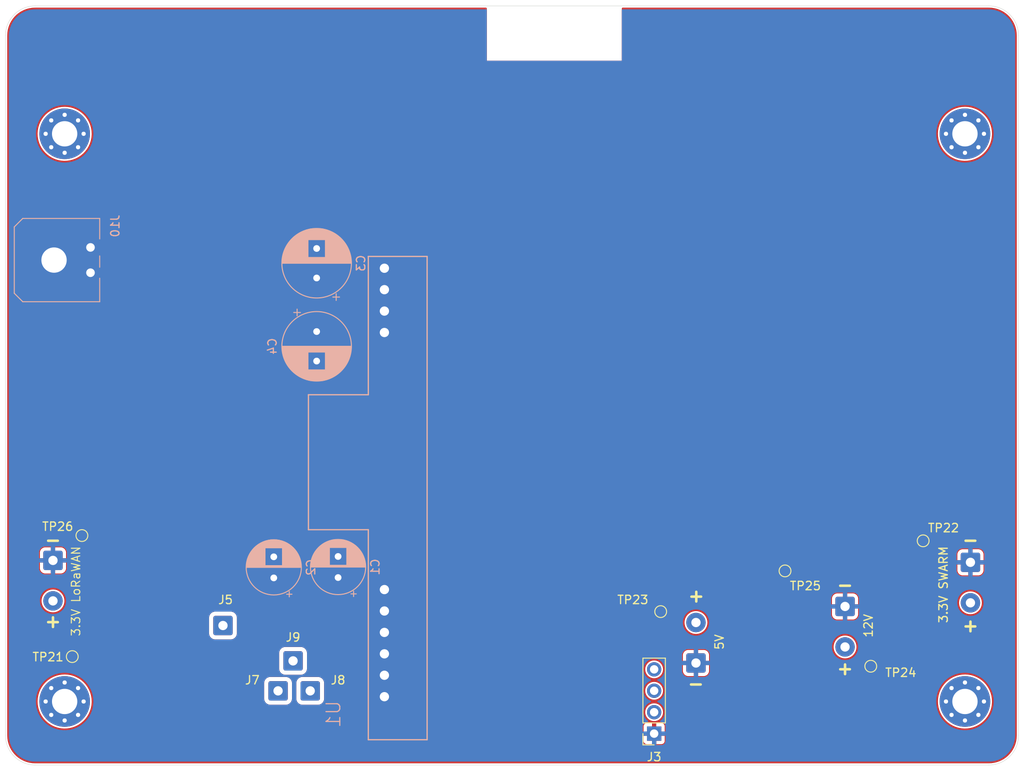
<source format=kicad_pcb>
(kicad_pcb (version 20211014) (generator pcbnew)
  (layers (0 "F.Cu" signal) (1 "In1.Cu" power) (2 "In2.Cu" power) (31 "B.Cu" signal) (34 "B.Paste" user) (35 "F.Paste" user) (36 "B.SilkS" user "B.Silkscreen") (37 "F.SilkS" user "F.Silkscreen") (38 "B.Mask" user) (39 "F.Mask" user) (44 "Edge.Cuts" user))
  (net 0 "")
  (net 1 "GND")
  (net 2 "/+5v")
  (net 3 "/+3.3vL")
  (net 4 "/+3.3vS")
  (net 5 "/+12v")
  (net 6 "/SCL1")
  (net 7 "/SDA1")
  (net 8 "/+3.3v")
  (net 9 "/PowerIn/TR0_TAP")
  (net 10 "/PowerIn/TR1_TAP")
  (net 11 "/PowerIn/TR2_TAP")
  (net 12 "/PowerIn/TR3_TAP")
  (net 13 "Net-(C1-Pad1)")
  (net 14 "Net-(C1-Pad2)")
  (net 16 "/PowerIn/+12vPOE")
  (net 17 "/PowerIn/+12vHeader")
  (footprint "Connector_Wire:SolderWire-0.5sqmm_1x02_P4.8mm_D0.9mm_OD2.3mm" (layer "F.Cu") (at 90.678 122.962 -90)
    (fp_text reference "J1")
    (fp_text value "3.3V LoRaWAN" (at 3.657 -2.7178 -90) (layer "F.SilkS") (effects (font (thickness 0.125))))
    (pad "1" thru_hole roundrect (at 0 0 270) (size 2.3 2.3) (drill 1.1) (layers *.Cu *.Mask) (roundrect_rratio 0.108696087) (net 1 "GND"))
    (pad "2" thru_hole circle (at 4.8 0 270) (size 2.3 2.3) (drill 1.1) (layers *.Cu *.Mask) (net 3 "/+3.3vL"))
  )
  (footprint "Connector_Wire:SolderWire-0.5sqmm_1x02_P4.8mm_D0.9mm_OD2.3mm" (layer "F.Cu") (at 199.39 123.19 -90)
    (fp_text reference "J2")
    (fp_text value "3.3V SWARM" (at 2.6416 3.2004 -90) (layer "F.SilkS"))
    (pad "1" thru_hole roundrect (at 0 0 270) (size 2.3 2.3) (drill 1.1) (layers *.Cu *.Mask) (roundrect_rratio 0.108696087) (net 1 "GND"))
    (pad "2" thru_hole circle (at 4.8 0 270) (size 2.3 2.3) (drill 1.1) (layers *.Cu *.Mask) (net 4 "/+3.3vS"))
  )
  (footprint "Connector_Wire:SolderWire-0.5sqmm_1x02_P4.8mm_D0.9mm_OD2.3mm" (layer "F.Cu") (at 166.867 135.127 90)
    (fp_text reference "J4")
    (fp_text value "5V" (at 2.4882 2.7796 270) (layer "F.SilkS"))
    (pad "1" thru_hole roundrect (at 0 0 90) (size 2.3 2.3) (drill 1.1) (layers *.Cu *.Mask) (roundrect_rratio 0.108696087) (net 1 "GND"))
    (pad "2" thru_hole circle (at 4.8 0 90) (size 2.3 2.3) (drill 1.1) (layers *.Cu *.Mask) (net 2 "/+5v"))
  )
  (footprint "TestPoint:TestPoint_Pad_D1.0mm" (layer "F.Cu") (at 177.419 124.206)
    (fp_text reference "TP25" (at 2.413 1.778) (layer "F.SilkS"))
    (fp_text value "GND")
    (pad "1" smd circle (at 0 0) (size 1 1) (layers "F.Cu" "F.Mask") (net 1 "GND"))
  )
  (footprint "MountingHole:MountingHole_3mm_Pad_Via" (layer "F.Cu") (at 198.74 139.69)
    (fp_text reference "H3")
    (fp_text value "MountingHole")
    (pad "1" thru_hole circle (at -1.59099 1.59099) (size 0.8 0.8) (drill 0.5) (layers *.Cu *.Mask))
    (pad "1" thru_hole circle (at -2.25 0) (size 0.8 0.8) (drill 0.5) (layers *.Cu *.Mask))
    (pad "1" thru_hole circle (at 0 0) (size 6 6) (drill 3) (layers *.Cu *.Mask))
    (pad "1" thru_hole circle (at 0 2.25) (size 0.8 0.8) (drill 0.5) (layers *.Cu *.Mask))
    (pad "1" thru_hole circle (at 1.59099 -1.59099) (size 0.8 0.8) (drill 0.5) (layers *.Cu *.Mask))
    (pad "1" thru_hole circle (at 2.25 0) (size 0.8 0.8) (drill 0.5) (layers *.Cu *.Mask))
    (pad "1" thru_hole circle (at -1.59099 -1.59099) (size 0.8 0.8) (drill 0.5) (layers *.Cu *.Mask))
    (pad "1" thru_hole circle (at 1.59099 1.59099) (size 0.8 0.8) (drill 0.5) (layers *.Cu *.Mask))
    (pad "1" thru_hole circle (at 0 -2.25) (size 0.8 0.8) (drill 0.5) (layers *.Cu *.Mask))
  )
  (footprint "Connector_Wire:SolderWire-0.5sqmm_1x01_D0.9mm_OD2.3mm" (layer "F.Cu") (at 110.8202 130.683)
    (fp_text reference "J5" (at 0.3048 -3.048) (layer "F.SilkS"))
    (fp_text value "~")
    (pad "1" thru_hole roundrect (at 0 0) (size 2.3 2.3) (drill 1.1) (layers *.Cu *.Mask) (roundrect_rratio 0.108696) (net 9 "/PowerIn/TR0_TAP"))
  )
  (footprint "TestPoint:TestPoint_Pad_D1.0mm" (layer "F.Cu") (at 92.964 134.366)
    (fp_text reference "TP21" (at -2.8702 0.0508) (layer "F.SilkS"))
    (fp_text value "3.3v LoRaWAN")
    (pad "1" smd circle (at 0 0) (size 1 1) (layers "F.Cu" "F.Mask") (net 3 "/+3.3vL"))
  )
  (footprint "Connector_Wire:SolderWire-0.5sqmm_1x01_D0.9mm_OD2.3mm" (layer "F.Cu") (at 119.126 134.874)
    (fp_text reference "J9" (at 0 -2.794) (layer "F.SilkS"))
    (fp_text value "~")
    (pad "1" thru_hole roundrect (at 0 0) (size 2.3 2.3) (drill 1.1) (layers *.Cu *.Mask) (roundrect_rratio 0.108696) (net 12 "/PowerIn/TR3_TAP"))
  )
  (footprint "Connector_Wire:SolderWire-0.5sqmm_1x01_D0.9mm_OD2.3mm" (layer "F.Cu") (at 121.158 138.43)
    (fp_text reference "J8" (at 3.302 -1.27) (layer "F.SilkS"))
    (fp_text value "~")
    (pad "1" thru_hole roundrect (at 0 0) (size 2.3 2.3) (drill 1.1) (layers *.Cu *.Mask) (roundrect_rratio 0.108696) (net 11 "/PowerIn/TR2_TAP"))
  )
  (footprint "Connector_PinSocket_2.54mm:PinSocket_1x04_P2.54mm_Vertical" (layer "F.Cu") (at 161.91 143.5 180)
    (fp_text reference "J3" (at 0 -2.77 180) (layer "F.SilkS"))
    (fp_text value "~")
    (pad "1" thru_hole rect (at 0 0 180) (size 1.7 1.7) (drill 1) (layers *.Cu *.Mask) (net 1 "GND"))
    (pad "2" thru_hole oval (at 0 2.54 180) (size 1.7 1.7) (drill 1) (layers *.Cu *.Mask) (net 6 "/SCL1"))
    (pad "3" thru_hole oval (at 0 5.08 180) (size 1.7 1.7) (drill 1) (layers *.Cu *.Mask) (net 7 "/SDA1"))
    (pad "4" thru_hole oval (at 0 7.62 180) (size 1.7 1.7) (drill 1) (layers *.Cu *.Mask) (net 8 "/+3.3v"))
  )
  (footprint "Connector_Wire:SolderWire-0.5sqmm_1x02_P4.8mm_D0.9mm_OD2.3mm" (layer "F.Cu") (at 184.531 128.423 -90)
    (fp_text reference "J6")
    (fp_text value "12V" (at 2.2854 -2.7686 90) (layer "F.SilkS"))
    (pad "1" thru_hole roundrect (at 0 0 270) (size 2.3 2.3) (drill 1.1) (layers *.Cu *.Mask) (roundrect_rratio 0.108696087) (net 1 "GND"))
    (pad "2" thru_hole circle (at 4.8 0 270) (size 2.3 2.3) (drill 1.1) (layers *.Cu *.Mask) (net 5 "/+12v"))
  )
  (footprint "MountingHole:MountingHole_3mm_Pad_Via" (layer "F.Cu") (at 92.06 72.38)
    (fp_text reference "H1")
    (fp_text value "MountingHole")
    (pad "1" thru_hole circle (at -1.59099 -1.59099) (size 0.8 0.8) (drill 0.5) (layers *.Cu *.Mask))
    (pad "1" thru_hole circle (at 1.59099 1.59099) (size 0.8 0.8) (drill 0.5) (layers *.Cu *.Mask))
    (pad "1" thru_hole circle (at 0 2.25) (size 0.8 0.8) (drill 0.5) (layers *.Cu *.Mask))
    (pad "1" thru_hole circle (at 0 -2.25) (size 0.8 0.8) (drill 0.5) (layers *.Cu *.Mask))
    (pad "1" thru_hole circle (at -1.59099 1.59099) (size 0.8 0.8) (drill 0.5) (layers *.Cu *.Mask))
    (pad "1" thru_hole circle (at 1.59099 -1.59099) (size 0.8 0.8) (drill 0.5) (layers *.Cu *.Mask))
    (pad "1" thru_hole circle (at 0 0) (size 6 6) (drill 3) (layers *.Cu *.Mask))
    (pad "1" thru_hole circle (at 2.25 0) (size 0.8 0.8) (drill 0.5) (layers *.Cu *.Mask))
    (pad "1" thru_hole circle (at -2.25 0) (size 0.8 0.8) (drill 0.5) (layers *.Cu *.Mask))
  )
  (footprint "MountingHole:MountingHole_3mm_Pad_Via" (layer "F.Cu") (at 198.74 72.38)
    (fp_text reference "H2")
    (fp_text value "MountingHole")
    (pad "1" thru_hole circle (at 0 -2.25) (size 0.8 0.8) (drill 0.5) (layers *.Cu *.Mask))
    (pad "1" thru_hole circle (at 1.59099 -1.59099) (size 0.8 0.8) (drill 0.5) (layers *.Cu *.Mask))
    (pad "1" thru_hole circle (at 2.25 0) (size 0.8 0.8) (drill 0.5) (layers *.Cu *.Mask))
    (pad "1" thru_hole circle (at -1.59099 1.59099) (size 0.8 0.8) (drill 0.5) (layers *.Cu *.Mask))
    (pad "1" thru_hole circle (at -1.59099 -1.59099) (size 0.8 0.8) (drill 0.5) (layers *.Cu *.Mask))
    (pad "1" thru_hole circle (at 0 2.25) (size 0.8 0.8) (drill 0.5) (layers *.Cu *.Mask))
    (pad "1" thru_hole circle (at 1.59099 1.59099) (size 0.8 0.8) (drill 0.5) (layers *.Cu *.Mask))
    (pad "1" thru_hole circle (at -2.25 0) (size 0.8 0.8) (drill 0.5) (layers *.Cu *.Mask))
    (pad "1" thru_hole circle (at 0 0) (size 6 6) (drill 3) (layers *.Cu *.Mask))
  )
  (footprint "MountingHole:MountingHole_3mm_Pad_Via" (layer "F.Cu") (at 92.06 139.69)
    (fp_text reference "H4")
    (fp_text value "MountingHole")
    (pad "1" thru_hole circle (at -1.59099 1.59099) (size 0.8 0.8) (drill 0.5) (layers *.Cu *.Mask))
    (pad "1" thru_hole circle (at 1.59099 1.59099) (size 0.8 0.8) (drill 0.5) (layers *.Cu *.Mask))
    (pad "1" thru_hole circle (at -1.59099 -1.59099) (size 0.8 0.8) (drill 0.5) (layers *.Cu *.Mask))
    (pad "1" thru_hole circle (at -2.25 0) (size 0.8 0.8) (drill 0.5) (layers *.Cu *.Mask))
    (pad "1" thru_hole circle (at 0 0) (size 6 6) (drill 3) (layers *.Cu *.Mask))
    (pad "1" thru_hole circle (at 0 -2.25) (size 0.8 0.8) (drill 0.5) (layers *.Cu *.Mask))
    (pad "1" thru_hole circle (at 1.59099 -1.59099) (size 0.8 0.8) (drill 0.5) (layers *.Cu *.Mask))
    (pad "1" thru_hole circle (at 0 2.25) (size 0.8 0.8) (drill 0.5) (layers *.Cu *.Mask))
    (pad "1" thru_hole circle (at 2.25 0) (size 0.8 0.8) (drill 0.5) (layers *.Cu *.Mask))
  )
  (footprint "TestPoint:TestPoint_Pad_D1.0mm" (layer "F.Cu") (at 162.687 129.032)
    (fp_text reference "TP23" (at -3.302 -1.397) (layer "F.SilkS"))
    (fp_text value "5v")
    (pad "1" smd circle (at 0 0) (size 1 1) (layers "F.Cu" "F.Mask") (net 2 "/+5v"))
  )
  (footprint "TestPoint:TestPoint_Pad_D1.0mm" (layer "F.Cu") (at 187.579 135.509)
    (fp_text reference "TP24" (at 3.556 0.762) (layer "F.SilkS"))
    (fp_text value "12v")
    (pad "1" smd circle (at 0 0) (size 1 1) (layers "F.Cu" "F.Mask") (net 5 "/+12v"))
  )
  (footprint "Connector_Wire:SolderWire-0.5sqmm_1x01_D0.9mm_OD2.3mm" (layer "F.Cu") (at 117.348 138.43)
    (fp_text reference "J7" (at -3.048 -1.27) (layer "F.SilkS"))
    (fp_text value "~")
    (pad "1" thru_hole roundrect (at 0 0) (size 2.3 2.3) (drill 1.1) (layers *.Cu *.Mask) (roundrect_rratio 0.108696) (net 10 "/PowerIn/TR1_TAP"))
  )
  (footprint "TestPoint:TestPoint_Pad_D1.0mm" (layer "F.Cu") (at 94.107 120.015 90)
    (fp_text reference "TP26" (at 1.0668 -2.8702 180) (layer "F.SilkS"))
    (fp_text value "GND")
    (pad "1" smd circle (at 0 0 90) (size 1 1) (layers "F.Cu" "F.Mask") (net 1 "GND"))
  )
  (footprint "TestPoint:TestPoint_Pad_D1.0mm" (layer "F.Cu") (at 193.787 120.64)
    (fp_text reference "TP22" (at 2.413 -1.524) (layer "F.SilkS"))
    (fp_text value "3.3v SWARM")
    (pad "1" smd circle (at 0 0) (size 1 1) (layers "F.Cu" "F.Mask") (net 4 "/+3.3vS"))
  )
  (footprint "Capacitor_THT:CP_Radial_D6.3mm_P2.50mm" (layer "B.Cu") (at 124.46 124.996502 90)
    (fp_text reference "C1" (at 1.25 4.4 270) (layer "B.SilkS") (effects (justify mirror)))
    (fp_text value "22uF")
    (pad "1" thru_hole rect (at 0 0 90) (size 1.6 1.6) (drill 0.8) (layers *.Cu *.Mask) (net 13 "Net-(C1-Pad1)"))
    (pad "2" thru_hole circle (at 2.5 0 90) (size 1.6 1.6) (drill 0.8) (layers *.Cu *.Mask) (net 14 "Net-(C1-Pad2)"))
  )
  (footprint "Capacitor_THT:CP_Radial_D8.0mm_P3.50mm" (layer "B.Cu") (at 121.92 89.476502 90)
    (fp_text reference "C3" (at 1.75 5.25 90) (layer "B.SilkS") (effects (justify mirror)))
    (fp_text value "330uF")
    (pad "1" thru_hole rect (at 0 0 90) (size 1.6 1.6) (drill 0.8) (layers *.Cu *.Mask) (net 16 "/PowerIn/+12vPOE"))
    (pad "2" thru_hole circle (at 3.5 0 90) (size 1.6 1.6) (drill 0.8) (layers *.Cu *.Mask) (net 1 "GND"))
  )
  (footprint "Capacitor_THT:CP_Radial_D6.3mm_P2.50mm" (layer "B.Cu") (at 116.84 125.036502 90)
    (fp_text reference "C2" (at 1.25 4.4 90) (layer "B.SilkS") (effects (justify mirror)))
    (fp_text value "22uF")
    (pad "1" thru_hole rect (at 0 0 90) (size 1.6 1.6) (drill 0.8) (layers *.Cu *.Mask) (net 13 "Net-(C1-Pad1)"))
    (pad "2" thru_hole circle (at 2.5 0 90) (size 1.6 1.6) (drill 0.8) (layers *.Cu *.Mask) (net 14 "Net-(C1-Pad2)"))
  )
  (footprint "Teapot:RT5400" (layer "B.Cu") (at 129.9488 131.5 90)
    (fp_text reference "U1" (at -11.43 -5.08 90) (layer "B.SilkS") (effects (font (size 1.63576 1.63576) (thickness 0.14224)) (justify right bottom mirror)))
    (fp_text value "~")
    (pad "1" thru_hole circle (at -7.62 0 90) (size 1.65 1.65) (drill 1.1) (layers *.Cu *.Mask) (net 9 "/PowerIn/TR0_TAP"))
    (pad "2" thru_hole circle (at -5.08 0 90) (size 1.65 1.65) (drill 1.1) (layers *.Cu *.Mask) (net 12 "/PowerIn/TR3_TAP"))
    (pad "3" thru_hole circle (at -2.54 0 90) (size 1.65 1.65) (drill 1.1) (layers *.Cu *.Mask) (net 10 "/PowerIn/TR1_TAP"))
    (pad "4" thru_hole circle (at 0 0 90) (size 1.65 1.65) (drill 1.1) (layers *.Cu *.Mask) (net 11 "/PowerIn/TR2_TAP"))
    (pad "5" thru_hole circle (at 2.54 0 90) (size 1.65 1.65) (drill 1.1) (layers *.Cu *.Mask) (net 13 "Net-(C1-Pad1)"))
    (pad "6" thru_hole circle (at 5.08 0 90) (size 1.65 1.65) (drill 1.1) (layers *.Cu *.Mask) (net 14 "Net-(C1-Pad2)"))
    (pad "7" thru_hole circle (at 35.56 0 90) (size 1.65 1.65) (drill 1.1) (layers *.Cu *.Mask) (net 1 "GND"))
    (pad "8" thru_hole circle (at 38.1 0 90) (size 1.65 1.65) (drill 1.1) (layers *.Cu *.Mask) (net 16 "/PowerIn/+12vPOE"))
    (pad "9" thru_hole circle (at 40.64 0 90) (size 1.65 1.65) (drill 1.1) (layers *.Cu *.Mask))
    (pad "10" thru_hole circle (at 43.18 0 90) (size 1.65 1.65) (drill 1.1) (layers *.Cu *.Mask) (net 1 "GND"))
  )
  (footprint "Teapot:Molex_Micro-Fit_3.0_43650-0200_1x02_P3.00mm_Horizontal" (layer "B.Cu") (at 95.123 85.852 -90)
    (fp_text reference "J10" (at -2.54 -2.921 90) (layer "B.SilkS") (effects (justify mirror)))
    (fp_text value "Conn_01x02")
    (pad "" np_thru_hole circle (at 1.5 4.32 270) (size 3 3) (drill 3) (layers *.Cu *.Mask))
    (pad "1" thru_hole roundrect (at 0 0 270) (size 1.5 2.02) (drill 1.02) (layers *.Cu *.Mask) (roundrect_rratio 0.166667) (net 1 "GND"))
    (pad "2" thru_hole oval (at 3 0 270) (size 1.5 2.02) (drill 1.02) (layers *.Cu *.Mask) (net 17 "/PowerIn/+12vHeader"))
  )
  (footprint "Capacitor_THT:CP_Radial_D8.0mm_P3.50mm" (layer "B.Cu") (at 121.92 95.826502 -90)
    (fp_text reference "C4" (at 1.75 5.25 90) (layer "B.SilkS") (effects (justify mirror)))
    (fp_text value "330uF")
    (pad "1" thru_hole rect (at 0 0 270) (size 1.6 1.6) (drill 0.8) (layers *.Cu *.Mask) (net 16 "/PowerIn/+12vPOE"))
    (pad "2" thru_hole circle (at 3.5 0 270) (size 1.6 1.6) (drill 0.8) (layers *.Cu *.Mask) (net 1 "GND"))
  )
  (gr_line (start 205.08 143.72) (end 205.08 60.72) (layer "Edge.Cuts") (width 0.05))
  (gr_line (start 201.58 57.22) (end 88.554874 57.22) (layer "Edge.Cuts") (width 0.05))
  (gr_line (start 85.054874 143.72) (end 85.054874 60.72) (layer "Edge.Cuts") (width 0.05))
  (gr_arc (start 85.054874 60.72) (mid 86.08 58.245126) (end 88.554874 57.22) (layer "Edge.Cuts") (width 0.05))
  (gr_line (start 88.554874 147.22) (end 201.58 147.22) (layer "Edge.Cuts") (width 0.05))
  (gr_arc (start 88.554874 147.22) (mid 86.08 146.194874) (end 85.054874 143.72) (layer "Edge.Cuts") (width 0.05))
  (gr_arc (start 201.58 57.22) (mid 204.054874 58.245126) (end 205.08 60.72) (layer "Edge.Cuts") (width 0.05))
  (gr_arc (start 205.08 143.72) (mid 204.054874 146.194874) (end 201.58 147.22) (layer "Edge.Cuts") (width 0.05))
  (gr_text "+" (at 199.39 130.683) (layer "F.SilkS") (effects (font (size 1.5 1.5) (thickness 0.3))))
  (gr_text "-" (at 166.8526 137.5664) (layer "F.SilkS") (effects (font (size 1.5 1.5) (thickness 0.3))))
  (gr_text "+" (at 90.678 130.175) (layer "F.SilkS") (effects (font (size 1.5 1.5) (thickness 0.3))))
  (gr_text "-" (at 90.678 120.523) (layer "F.SilkS") (effects (font (size 1.5 1.5) (thickness 0.3))))
  (gr_text "+" (at 184.531 135.763) (layer "F.SilkS") (effects (font (size 1.5 1.5) (thickness 0.3))))
  (gr_text "-" (at 199.39 120.523) (layer "F.SilkS") (effects (font (size 1.5 1.5) (thickness 0.3))))
  (gr_text "+" (at 166.9034 127.1524) (layer "F.SilkS") (effects (font (size 1.5 1.5) (thickness 0.3))))
  (gr_text "-" (at 184.531 125.857) (layer "F.SilkS") (effects (font (size 1.5 1.5) (thickness 0.3))))
  (zone (net 1) (net_name "GND") (layer "F.Cu") (connect_pads (clearance 0.2)) (min_thickness 0.2) (fill yes (thermal_gap 0.4) (thermal_bridge_width 0.508))
    (polygon (pts (xy 158.08 63.72) (xy 158.08 56.515) (xy 205.74 56.515) (xy 205.74 147.955) (xy 84.455 147.955) (xy 84.455 56.515) (xy 142.08 56.515) (xy 142.08 63.72)))
  )
  (zone (net 1) (net_name "GND") (layer "B.Cu") (connect_pads (clearance 0.4)) (min_thickness 0.2) (fill yes (thermal_gap 0.508) (thermal_bridge_width 0.508))
    (polygon (pts (xy 205.74 147.955) (xy 84.455 147.955) (xy 84.455 56.515) (xy 142.08 56.515) (xy 142.08 63.72) (xy 158.08 63.72) (xy 158.08 56.515) (xy 205.74 56.515)))
  )
)
</source>
